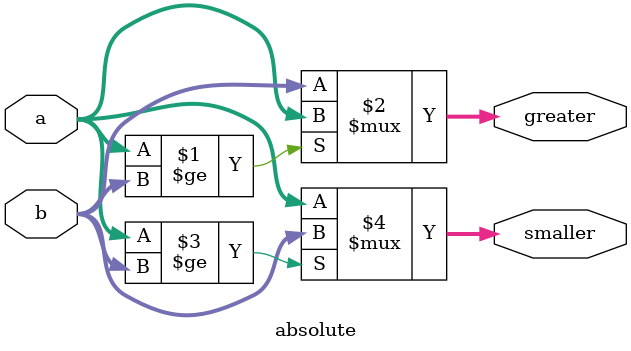
<source format=v>
module absolute(input [7:0]a,b,output [7:0]greater,smaller);
assign greater=(a>=b)?a:b;
assign smaller=(a>=b)?b:a;
endmodule

</source>
